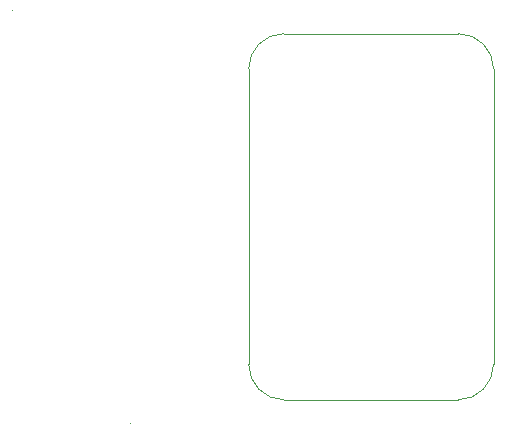
<source format=gbr>
%TF.GenerationSoftware,KiCad,Pcbnew,(5.1.9)-1*%
%TF.CreationDate,2021-11-16T01:46:06-03:00*%
%TF.ProjectId,20-10-adapter,32302d31-302d-4616-9461-707465722e6b,rev?*%
%TF.SameCoordinates,Original*%
%TF.FileFunction,Profile,NP*%
%FSLAX46Y46*%
G04 Gerber Fmt 4.6, Leading zero omitted, Abs format (unit mm)*
G04 Created by KiCad (PCBNEW (5.1.9)-1) date 2021-11-16 01:46:06*
%MOMM*%
%LPD*%
G01*
G04 APERTURE LIST*
%TA.AperFunction,Profile*%
%ADD10C,0.050000*%
%TD*%
G04 APERTURE END LIST*
D10*
X140750000Y-80000000D02*
G75*
G02*
X137750000Y-83000000I-3000000J0D01*
G01*
X123000000Y-83000000D02*
G75*
G02*
X120000000Y-80000000I0J3000000D01*
G01*
X137750000Y-52000000D02*
G75*
G02*
X140750000Y-55000000I0J-3000000D01*
G01*
X120000000Y-55000000D02*
G75*
G02*
X123000000Y-52000000I3000000J0D01*
G01*
X123000000Y-52000000D02*
X137750000Y-52000000D01*
X120000000Y-80000000D02*
X120000000Y-55000000D01*
X137750000Y-83000000D02*
X123000000Y-83000000D01*
X140750000Y-55000000D02*
X140750000Y-80000000D01*
X100000000Y-50000000D02*
X100000000Y-50000000D01*
X110000000Y-85000000D02*
X110000000Y-85000000D01*
M02*

</source>
